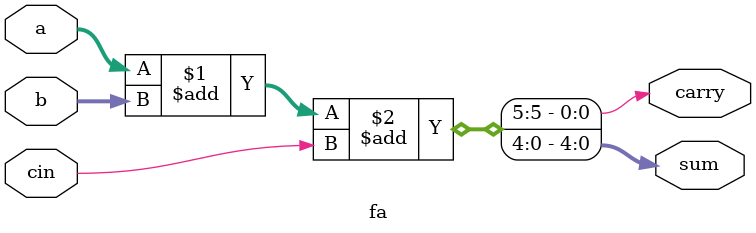
<source format=v>
module fa(a,b,cin,sum,carry);
parameter N=5;
input [N-1:0]a,b;
input cin;
output [N-1:0]sum;
output carry;
assign {carry,sum}=a+b+cin;
endmodule

</source>
